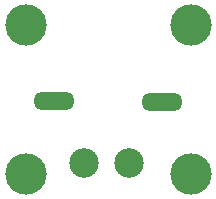
<source format=gbr>
G04 #@! TF.GenerationSoftware,KiCad,Pcbnew,5.0.0*
G04 #@! TF.CreationDate,2018-09-12T21:40:49-05:00*
G04 #@! TF.ProjectId,AntennaDeploymentBracket,416E74656E6E614465706C6F796D656E,rev?*
G04 #@! TF.SameCoordinates,Original*
G04 #@! TF.FileFunction,Copper,L2,Bot,Signal*
G04 #@! TF.FilePolarity,Positive*
%FSLAX46Y46*%
G04 Gerber Fmt 4.6, Leading zero omitted, Abs format (unit mm)*
G04 Created by KiCad (PCBNEW 5.0.0) date Wed Sep 12 21:40:49 2018*
%MOMM*%
%LPD*%
G01*
G04 APERTURE LIST*
G04 #@! TA.AperFunction,ComponentPad*
%ADD10C,3.500000*%
G04 #@! TD*
G04 #@! TA.AperFunction,ComponentPad*
%ADD11C,2.499360*%
G04 #@! TD*
G04 #@! TA.AperFunction,ComponentPad*
%ADD12O,3.500000X1.524000*%
G04 #@! TD*
G04 APERTURE END LIST*
D10*
G04 #@! TO.P,REF\002A\002A,1*
G04 #@! TO.N,N/C*
X118237000Y-103886000D03*
G04 #@! TD*
G04 #@! TO.P,REF\002A\002A,1*
G04 #@! TO.N,N/C*
X132207000Y-103886000D03*
G04 #@! TD*
G04 #@! TO.P,REF\002A\002A,1*
G04 #@! TO.N,N/C*
X118237000Y-91313000D03*
G04 #@! TD*
D11*
G04 #@! TO.P,J1,1*
G04 #@! TO.N,Net-(J1-Pad1)*
X123190000Y-102997000D03*
G04 #@! TO.N,Net-(J1-Pad2)*
X127000000Y-102997000D03*
G04 #@! TD*
D12*
G04 #@! TO.P,R1,1*
G04 #@! TO.N,Net-(J1-Pad1)*
X120611900Y-97777300D03*
G04 #@! TO.P,R1,2*
G04 #@! TO.N,Net-(J1-Pad2)*
X129794000Y-97790000D03*
G04 #@! TD*
D10*
G04 #@! TO.P,REF\002A\002A,1*
G04 #@! TO.N,N/C*
X132207000Y-91313000D03*
G04 #@! TD*
M02*

</source>
